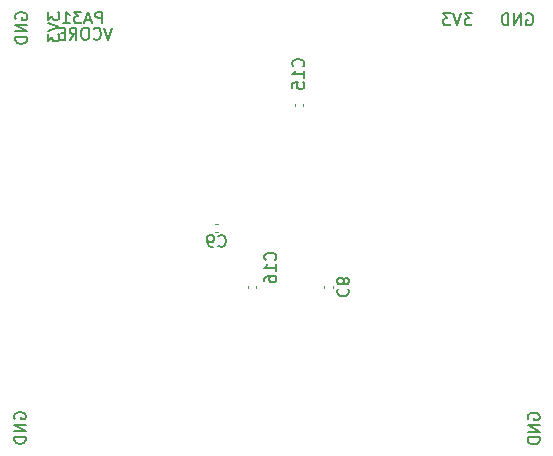
<source format=gbr>
%TF.GenerationSoftware,KiCad,Pcbnew,(5.1.10-1-10_14)*%
%TF.CreationDate,2021-08-18T14:47:54+08:00*%
%TF.ProjectId,jlinkob_hs,6a6c696e-6b6f-4625-9f68-732e6b696361,rev?*%
%TF.SameCoordinates,Original*%
%TF.FileFunction,Legend,Bot*%
%TF.FilePolarity,Positive*%
%FSLAX46Y46*%
G04 Gerber Fmt 4.6, Leading zero omitted, Abs format (unit mm)*
G04 Created by KiCad (PCBNEW (5.1.10-1-10_14)) date 2021-08-18 14:47:54*
%MOMM*%
%LPD*%
G01*
G04 APERTURE LIST*
%ADD10C,0.150000*%
%ADD11C,0.120000*%
G04 APERTURE END LIST*
D10*
X102910000Y-91178095D02*
X102862380Y-91082857D01*
X102862380Y-90940000D01*
X102910000Y-90797142D01*
X103005238Y-90701904D01*
X103100476Y-90654285D01*
X103290952Y-90606666D01*
X103433809Y-90606666D01*
X103624285Y-90654285D01*
X103719523Y-90701904D01*
X103814761Y-90797142D01*
X103862380Y-90940000D01*
X103862380Y-91035238D01*
X103814761Y-91178095D01*
X103767142Y-91225714D01*
X103433809Y-91225714D01*
X103433809Y-91035238D01*
X103862380Y-91654285D02*
X102862380Y-91654285D01*
X103862380Y-92225714D01*
X102862380Y-92225714D01*
X103862380Y-92701904D02*
X102862380Y-92701904D01*
X102862380Y-92940000D01*
X102910000Y-93082857D01*
X103005238Y-93178095D01*
X103100476Y-93225714D01*
X103290952Y-93273333D01*
X103433809Y-93273333D01*
X103624285Y-93225714D01*
X103719523Y-93178095D01*
X103814761Y-93082857D01*
X103862380Y-92940000D01*
X103862380Y-92701904D01*
X146400000Y-91228095D02*
X146352380Y-91132857D01*
X146352380Y-90990000D01*
X146400000Y-90847142D01*
X146495238Y-90751904D01*
X146590476Y-90704285D01*
X146780952Y-90656666D01*
X146923809Y-90656666D01*
X147114285Y-90704285D01*
X147209523Y-90751904D01*
X147304761Y-90847142D01*
X147352380Y-90990000D01*
X147352380Y-91085238D01*
X147304761Y-91228095D01*
X147257142Y-91275714D01*
X146923809Y-91275714D01*
X146923809Y-91085238D01*
X147352380Y-91704285D02*
X146352380Y-91704285D01*
X147352380Y-92275714D01*
X146352380Y-92275714D01*
X147352380Y-92751904D02*
X146352380Y-92751904D01*
X146352380Y-92990000D01*
X146400000Y-93132857D01*
X146495238Y-93228095D01*
X146590476Y-93275714D01*
X146780952Y-93323333D01*
X146923809Y-93323333D01*
X147114285Y-93275714D01*
X147209523Y-93228095D01*
X147304761Y-93132857D01*
X147352380Y-92990000D01*
X147352380Y-92751904D01*
X111179523Y-58062380D02*
X110846190Y-59062380D01*
X110512857Y-58062380D01*
X109608095Y-58967142D02*
X109655714Y-59014761D01*
X109798571Y-59062380D01*
X109893809Y-59062380D01*
X110036666Y-59014761D01*
X110131904Y-58919523D01*
X110179523Y-58824285D01*
X110227142Y-58633809D01*
X110227142Y-58490952D01*
X110179523Y-58300476D01*
X110131904Y-58205238D01*
X110036666Y-58110000D01*
X109893809Y-58062380D01*
X109798571Y-58062380D01*
X109655714Y-58110000D01*
X109608095Y-58157619D01*
X108989047Y-58062380D02*
X108798571Y-58062380D01*
X108703333Y-58110000D01*
X108608095Y-58205238D01*
X108560476Y-58395714D01*
X108560476Y-58729047D01*
X108608095Y-58919523D01*
X108703333Y-59014761D01*
X108798571Y-59062380D01*
X108989047Y-59062380D01*
X109084285Y-59014761D01*
X109179523Y-58919523D01*
X109227142Y-58729047D01*
X109227142Y-58395714D01*
X109179523Y-58205238D01*
X109084285Y-58110000D01*
X108989047Y-58062380D01*
X107560476Y-59062380D02*
X107893809Y-58586190D01*
X108131904Y-59062380D02*
X108131904Y-58062380D01*
X107750952Y-58062380D01*
X107655714Y-58110000D01*
X107608095Y-58157619D01*
X107560476Y-58252857D01*
X107560476Y-58395714D01*
X107608095Y-58490952D01*
X107655714Y-58538571D01*
X107750952Y-58586190D01*
X108131904Y-58586190D01*
X107131904Y-58538571D02*
X106798571Y-58538571D01*
X106655714Y-59062380D02*
X107131904Y-59062380D01*
X107131904Y-58062380D01*
X106655714Y-58062380D01*
X110322857Y-57692380D02*
X110322857Y-56692380D01*
X109941904Y-56692380D01*
X109846666Y-56740000D01*
X109799047Y-56787619D01*
X109751428Y-56882857D01*
X109751428Y-57025714D01*
X109799047Y-57120952D01*
X109846666Y-57168571D01*
X109941904Y-57216190D01*
X110322857Y-57216190D01*
X109370476Y-57406666D02*
X108894285Y-57406666D01*
X109465714Y-57692380D02*
X109132380Y-56692380D01*
X108799047Y-57692380D01*
X108560952Y-56692380D02*
X107941904Y-56692380D01*
X108275238Y-57073333D01*
X108132380Y-57073333D01*
X108037142Y-57120952D01*
X107989523Y-57168571D01*
X107941904Y-57263809D01*
X107941904Y-57501904D01*
X107989523Y-57597142D01*
X108037142Y-57644761D01*
X108132380Y-57692380D01*
X108418095Y-57692380D01*
X108513333Y-57644761D01*
X108560952Y-57597142D01*
X106989523Y-57692380D02*
X107560952Y-57692380D01*
X107275238Y-57692380D02*
X107275238Y-56692380D01*
X107370476Y-56835238D01*
X107465714Y-56930476D01*
X107560952Y-56978095D01*
X105702380Y-56761904D02*
X105702380Y-57380952D01*
X106083333Y-57047619D01*
X106083333Y-57190476D01*
X106130952Y-57285714D01*
X106178571Y-57333333D01*
X106273809Y-57380952D01*
X106511904Y-57380952D01*
X106607142Y-57333333D01*
X106654761Y-57285714D01*
X106702380Y-57190476D01*
X106702380Y-56904761D01*
X106654761Y-56809523D01*
X106607142Y-56761904D01*
X105702380Y-57666666D02*
X106702380Y-58000000D01*
X105702380Y-58333333D01*
X105702380Y-58571428D02*
X105702380Y-59190476D01*
X106083333Y-58857142D01*
X106083333Y-59000000D01*
X106130952Y-59095238D01*
X106178571Y-59142857D01*
X106273809Y-59190476D01*
X106511904Y-59190476D01*
X106607142Y-59142857D01*
X106654761Y-59095238D01*
X106702380Y-59000000D01*
X106702380Y-58714285D01*
X106654761Y-58619047D01*
X106607142Y-58571428D01*
X103010000Y-57318095D02*
X102962380Y-57222857D01*
X102962380Y-57080000D01*
X103010000Y-56937142D01*
X103105238Y-56841904D01*
X103200476Y-56794285D01*
X103390952Y-56746666D01*
X103533809Y-56746666D01*
X103724285Y-56794285D01*
X103819523Y-56841904D01*
X103914761Y-56937142D01*
X103962380Y-57080000D01*
X103962380Y-57175238D01*
X103914761Y-57318095D01*
X103867142Y-57365714D01*
X103533809Y-57365714D01*
X103533809Y-57175238D01*
X103962380Y-57794285D02*
X102962380Y-57794285D01*
X103962380Y-58365714D01*
X102962380Y-58365714D01*
X103962380Y-58841904D02*
X102962380Y-58841904D01*
X102962380Y-59080000D01*
X103010000Y-59222857D01*
X103105238Y-59318095D01*
X103200476Y-59365714D01*
X103390952Y-59413333D01*
X103533809Y-59413333D01*
X103724285Y-59365714D01*
X103819523Y-59318095D01*
X103914761Y-59222857D01*
X103962380Y-59080000D01*
X103962380Y-58841904D01*
X141638095Y-56852380D02*
X141019047Y-56852380D01*
X141352380Y-57233333D01*
X141209523Y-57233333D01*
X141114285Y-57280952D01*
X141066666Y-57328571D01*
X141019047Y-57423809D01*
X141019047Y-57661904D01*
X141066666Y-57757142D01*
X141114285Y-57804761D01*
X141209523Y-57852380D01*
X141495238Y-57852380D01*
X141590476Y-57804761D01*
X141638095Y-57757142D01*
X140733333Y-56852380D02*
X140400000Y-57852380D01*
X140066666Y-56852380D01*
X139828571Y-56852380D02*
X139209523Y-56852380D01*
X139542857Y-57233333D01*
X139400000Y-57233333D01*
X139304761Y-57280952D01*
X139257142Y-57328571D01*
X139209523Y-57423809D01*
X139209523Y-57661904D01*
X139257142Y-57757142D01*
X139304761Y-57804761D01*
X139400000Y-57852380D01*
X139685714Y-57852380D01*
X139780952Y-57804761D01*
X139828571Y-57757142D01*
X146241904Y-56900000D02*
X146337142Y-56852380D01*
X146480000Y-56852380D01*
X146622857Y-56900000D01*
X146718095Y-56995238D01*
X146765714Y-57090476D01*
X146813333Y-57280952D01*
X146813333Y-57423809D01*
X146765714Y-57614285D01*
X146718095Y-57709523D01*
X146622857Y-57804761D01*
X146480000Y-57852380D01*
X146384761Y-57852380D01*
X146241904Y-57804761D01*
X146194285Y-57757142D01*
X146194285Y-57423809D01*
X146384761Y-57423809D01*
X145765714Y-57852380D02*
X145765714Y-56852380D01*
X145194285Y-57852380D01*
X145194285Y-56852380D01*
X144718095Y-57852380D02*
X144718095Y-56852380D01*
X144480000Y-56852380D01*
X144337142Y-56900000D01*
X144241904Y-56995238D01*
X144194285Y-57090476D01*
X144146666Y-57280952D01*
X144146666Y-57423809D01*
X144194285Y-57614285D01*
X144241904Y-57709523D01*
X144337142Y-57804761D01*
X144480000Y-57852380D01*
X144718095Y-57852380D01*
D11*
%TO.C,C16*%
X123360000Y-80115835D02*
X123360000Y-79884165D01*
X122640000Y-80115835D02*
X122640000Y-79884165D01*
%TO.C,C15*%
X127360000Y-64715835D02*
X127360000Y-64484165D01*
X126640000Y-64715835D02*
X126640000Y-64484165D01*
%TO.C,C9*%
X119884165Y-75360000D02*
X120115835Y-75360000D01*
X119884165Y-74640000D02*
X120115835Y-74640000D01*
%TO.C,C8*%
X129860000Y-80115835D02*
X129860000Y-79884165D01*
X129140000Y-80115835D02*
X129140000Y-79884165D01*
%TO.C,C16*%
D10*
X124967142Y-77709642D02*
X125014761Y-77662023D01*
X125062380Y-77519166D01*
X125062380Y-77423928D01*
X125014761Y-77281071D01*
X124919523Y-77185833D01*
X124824285Y-77138214D01*
X124633809Y-77090595D01*
X124490952Y-77090595D01*
X124300476Y-77138214D01*
X124205238Y-77185833D01*
X124110000Y-77281071D01*
X124062380Y-77423928D01*
X124062380Y-77519166D01*
X124110000Y-77662023D01*
X124157619Y-77709642D01*
X125062380Y-78662023D02*
X125062380Y-78090595D01*
X125062380Y-78376309D02*
X124062380Y-78376309D01*
X124205238Y-78281071D01*
X124300476Y-78185833D01*
X124348095Y-78090595D01*
X124062380Y-79519166D02*
X124062380Y-79328690D01*
X124110000Y-79233452D01*
X124157619Y-79185833D01*
X124300476Y-79090595D01*
X124490952Y-79042976D01*
X124871904Y-79042976D01*
X124967142Y-79090595D01*
X125014761Y-79138214D01*
X125062380Y-79233452D01*
X125062380Y-79423928D01*
X125014761Y-79519166D01*
X124967142Y-79566785D01*
X124871904Y-79614404D01*
X124633809Y-79614404D01*
X124538571Y-79566785D01*
X124490952Y-79519166D01*
X124443333Y-79423928D01*
X124443333Y-79233452D01*
X124490952Y-79138214D01*
X124538571Y-79090595D01*
X124633809Y-79042976D01*
%TO.C,C15*%
X127327142Y-61327142D02*
X127374761Y-61279523D01*
X127422380Y-61136666D01*
X127422380Y-61041428D01*
X127374761Y-60898571D01*
X127279523Y-60803333D01*
X127184285Y-60755714D01*
X126993809Y-60708095D01*
X126850952Y-60708095D01*
X126660476Y-60755714D01*
X126565238Y-60803333D01*
X126470000Y-60898571D01*
X126422380Y-61041428D01*
X126422380Y-61136666D01*
X126470000Y-61279523D01*
X126517619Y-61327142D01*
X127422380Y-62279523D02*
X127422380Y-61708095D01*
X127422380Y-61993809D02*
X126422380Y-61993809D01*
X126565238Y-61898571D01*
X126660476Y-61803333D01*
X126708095Y-61708095D01*
X126422380Y-63184285D02*
X126422380Y-62708095D01*
X126898571Y-62660476D01*
X126850952Y-62708095D01*
X126803333Y-62803333D01*
X126803333Y-63041428D01*
X126850952Y-63136666D01*
X126898571Y-63184285D01*
X126993809Y-63231904D01*
X127231904Y-63231904D01*
X127327142Y-63184285D01*
X127374761Y-63136666D01*
X127422380Y-63041428D01*
X127422380Y-62803333D01*
X127374761Y-62708095D01*
X127327142Y-62660476D01*
%TO.C,C9*%
X120166666Y-76517142D02*
X120214285Y-76564761D01*
X120357142Y-76612380D01*
X120452380Y-76612380D01*
X120595238Y-76564761D01*
X120690476Y-76469523D01*
X120738095Y-76374285D01*
X120785714Y-76183809D01*
X120785714Y-76040952D01*
X120738095Y-75850476D01*
X120690476Y-75755238D01*
X120595238Y-75660000D01*
X120452380Y-75612380D01*
X120357142Y-75612380D01*
X120214285Y-75660000D01*
X120166666Y-75707619D01*
X119690476Y-76612380D02*
X119500000Y-76612380D01*
X119404761Y-76564761D01*
X119357142Y-76517142D01*
X119261904Y-76374285D01*
X119214285Y-76183809D01*
X119214285Y-75802857D01*
X119261904Y-75707619D01*
X119309523Y-75660000D01*
X119404761Y-75612380D01*
X119595238Y-75612380D01*
X119690476Y-75660000D01*
X119738095Y-75707619D01*
X119785714Y-75802857D01*
X119785714Y-76040952D01*
X119738095Y-76136190D01*
X119690476Y-76183809D01*
X119595238Y-76231428D01*
X119404761Y-76231428D01*
X119309523Y-76183809D01*
X119261904Y-76136190D01*
X119214285Y-76040952D01*
%TO.C,C8*%
X130302857Y-80166666D02*
X130255238Y-80214285D01*
X130207619Y-80357142D01*
X130207619Y-80452380D01*
X130255238Y-80595238D01*
X130350476Y-80690476D01*
X130445714Y-80738095D01*
X130636190Y-80785714D01*
X130779047Y-80785714D01*
X130969523Y-80738095D01*
X131064761Y-80690476D01*
X131160000Y-80595238D01*
X131207619Y-80452380D01*
X131207619Y-80357142D01*
X131160000Y-80214285D01*
X131112380Y-80166666D01*
X130779047Y-79595238D02*
X130826666Y-79690476D01*
X130874285Y-79738095D01*
X130969523Y-79785714D01*
X131017142Y-79785714D01*
X131112380Y-79738095D01*
X131160000Y-79690476D01*
X131207619Y-79595238D01*
X131207619Y-79404761D01*
X131160000Y-79309523D01*
X131112380Y-79261904D01*
X131017142Y-79214285D01*
X130969523Y-79214285D01*
X130874285Y-79261904D01*
X130826666Y-79309523D01*
X130779047Y-79404761D01*
X130779047Y-79595238D01*
X130731428Y-79690476D01*
X130683809Y-79738095D01*
X130588571Y-79785714D01*
X130398095Y-79785714D01*
X130302857Y-79738095D01*
X130255238Y-79690476D01*
X130207619Y-79595238D01*
X130207619Y-79404761D01*
X130255238Y-79309523D01*
X130302857Y-79261904D01*
X130398095Y-79214285D01*
X130588571Y-79214285D01*
X130683809Y-79261904D01*
X130731428Y-79309523D01*
X130779047Y-79404761D01*
%TD*%
M02*

</source>
